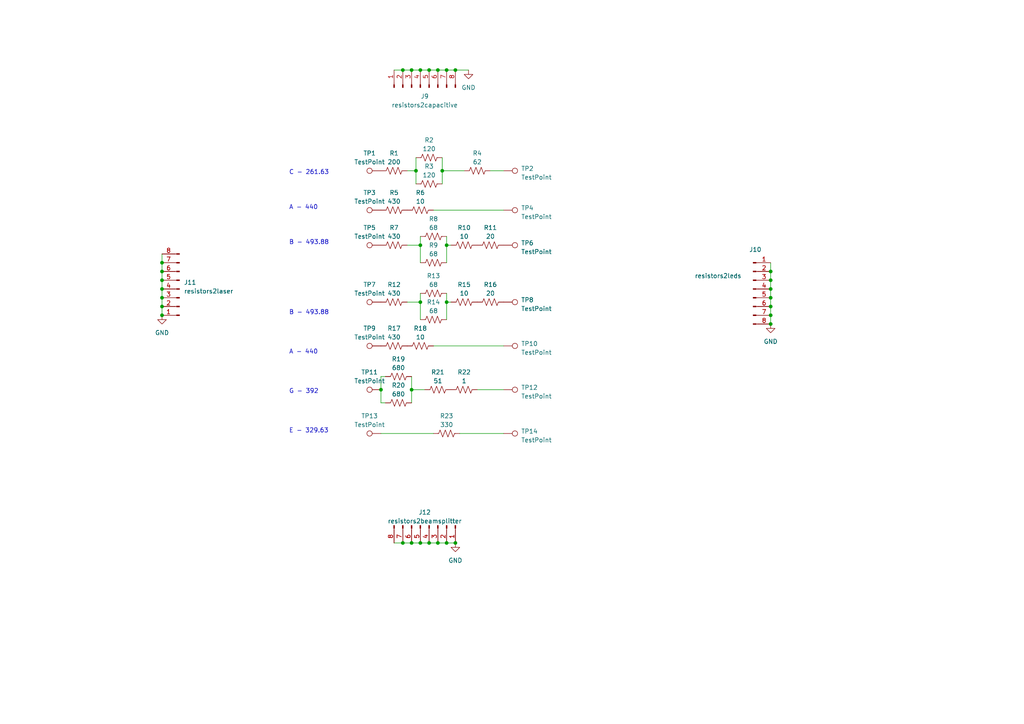
<source format=kicad_sch>
(kicad_sch (version 20230121) (generator eeschema)
  (paper "A4")
  (lib_symbols
    (symbol "Connector:Conn_01x08_Pin" (pin_names (offset 1.016) hide)
      (property "Reference" "J" (at 0 10.16 0))
      (property "Value" "Conn_01x08_Pin" (at 0 -12.7 0))
      (symbol "Conn_01x08_Pin_1_1"
        (polyline (pts (xy 1.27 -10.16) (xy 0.8636 -10.16)) (stroke (width 0.1524)))
        (polyline (pts (xy 1.27 -7.62) (xy 0.8636 -7.62)) (stroke (width 0.1524)))
        (polyline (pts (xy 1.27 -5.08) (xy 0.8636 -5.08)) (stroke (width 0.1524)))
        (polyline (pts (xy 1.27 -2.54) (xy 0.8636 -2.54)) (stroke (width 0.1524)))
        (polyline (pts (xy 1.27 0) (xy 0.8636 0)) (stroke (width 0.1524)))
        (polyline (pts (xy 1.27 2.54) (xy 0.8636 2.54)) (stroke (width 0.1524)))
        (polyline (pts (xy 1.27 5.08) (xy 0.8636 5.08)) (stroke (width 0.1524)))
        (polyline (pts (xy 1.27 7.62) (xy 0.8636 7.62)) (stroke (width 0.1524)))
        (rectangle (start 0.8636 -10.033) (end 0 -10.287) (stroke (width 0.1524)) (fill (type outline)))
        (rectangle (start 0.8636 -7.493) (end 0 -7.747) (stroke (width 0.1524)) (fill (type outline)))
        (rectangle (start 0.8636 -4.953) (end 0 -5.207) (stroke (width 0.1524)) (fill (type outline)))
        (rectangle (start 0.8636 -2.413) (end 0 -2.667) (stroke (width 0.1524)) (fill (type outline)))
        (rectangle (start 0.8636 0.127) (end 0 -0.127) (stroke (width 0.1524)) (fill (type outline)))
        (rectangle (start 0.8636 2.667) (end 0 2.413) (stroke (width 0.1524)) (fill (type outline)))
        (rectangle (start 0.8636 5.207) (end 0 4.953) (stroke (width 0.1524)) (fill (type outline)))
        (rectangle (start 0.8636 7.747) (end 0 7.493) (stroke (width 0.1524)) (fill (type outline)))
        (pin passive line (at 5.08 7.62 180) (length 3.81) (name "Pin_1") (number "1"))
        (pin passive line (at 5.08 5.08 180) (length 3.81) (name "Pin_2") (number "2"))
        (pin passive line (at 5.08 2.54 180) (length 3.81) (name "Pin_3") (number "3"))
        (pin passive line (at 5.08 0 180) (length 3.81) (name "Pin_4") (number "4"))
        (pin passive line (at 5.08 -2.54 180) (length 3.81) (name "Pin_5") (number "5"))
        (pin passive line (at 5.08 -5.08 180) (length 3.81) (name "Pin_6") (number "6"))
        (pin passive line (at 5.08 -7.62 180) (length 3.81) (name "Pin_7") (number "7"))
        (pin passive line (at 5.08 -10.16 180) (length 3.81) (name "Pin_8") (number "8"))
      )
    )
    (symbol "Connector:TestPoint" (pin_numbers hide) (pin_names (offset 0.762) hide)
      (property "Reference" "TP" (at 0 6.858 0))
      (property "Value" "TestPoint" (at 0 5.08 0))
      (symbol "TestPoint_0_1"
        (circle (center 0 3.302) (radius 0.762))
      )
      (symbol "TestPoint_1_1"
        (pin passive line (at 0 0 90) (length 2.54) (name "1") (number "1"))
      )
    )
    (symbol "Device:R_US" (pin_numbers hide) (pin_names (offset 0))
      (property "Reference" "R" (at 2.54 0 90))
      (property "Value" "R_US" (at -2.54 0 90))
      (symbol "R_US_0_1"
        (polyline (pts (xy 0 -2.286) (xy 0 -2.54)))
        (polyline (pts (xy 0 2.286) (xy 0 2.54)))
        (polyline (pts (xy 0 -0.762) (xy 1.016 -1.143) (xy 0 -1.524) (xy -1.016 -1.905) (xy 0 -2.286)))
        (polyline (pts (xy 0 0.762) (xy 1.016 0.381) (xy 0 0) (xy -1.016 -0.381) (xy 0 -0.762)))
        (polyline (pts (xy 0 2.286) (xy 1.016 1.905) (xy 0 1.524) (xy -1.016 1.143) (xy 0 0.762)))
      )
      (symbol "R_US_1_1"
        (pin passive line (at 0 3.81 270) (length 1.27) (name "~") (number "1"))
        (pin passive line (at 0 -3.81 90) (length 1.27) (name "~") (number "2"))
      )
    )
    (symbol "power:GND" (power) (pin_names (offset 0))
      (property "Value" "GND" (at 0 -3.81 0))
      (symbol "GND_0_1"
        (polyline (pts (xy 0 0) (xy 0 -1.27) (xy 1.27 -1.27) (xy 0 -2.54) (xy -1.27 -1.27) (xy 0 -1.27)))
      )
      (symbol "GND_1_1"
        (pin power_in line (at 0 0 270) (length 0) hide (name "GND") (number "1"))
      )
    )
  )
  (junction (at 132.08 20.32))
  (junction (at 116.84 157.48))
  (junction (at 129.54 87.63))
  (junction (at 116.84 20.32))
  (junction (at 223.52 86.36))
  (junction (at 129.54 20.32))
  (junction (at 119.38 113.03))
  (junction (at 223.52 88.9))
  (junction (at 121.92 157.48))
  (junction (at 223.52 91.44))
  (junction (at 46.99 88.9))
  (junction (at 223.52 81.28))
  (junction (at 223.52 78.74))
  (junction (at 121.92 71.12))
  (junction (at 129.54 157.48))
  (junction (at 46.99 81.28))
  (junction (at 46.99 91.44))
  (junction (at 127 20.32))
  (junction (at 110.49 113.03))
  (junction (at 124.46 157.48))
  (junction (at 129.54 71.12))
  (junction (at 132.08 157.48))
  (junction (at 127 157.48))
  (junction (at 46.99 76.2))
  (junction (at 121.92 20.32))
  (junction (at 124.46 20.32))
  (junction (at 120.65 49.53))
  (junction (at 128.27 49.53))
  (junction (at 119.38 157.48))
  (junction (at 223.52 83.82))
  (junction (at 223.52 93.98))
  (junction (at 121.92 87.63))
  (junction (at 46.99 83.82))
  (junction (at 46.99 78.74))
  (junction (at 46.99 86.36))
  (junction (at 119.38 20.32))
  (wire (pts (xy 46.99 86.36) (xy 46.99 88.9)))
  (wire (pts (xy 121.92 68.58) (xy 121.92 71.12)))
  (wire (pts (xy 223.52 78.74) (xy 223.52 81.28)))
  (wire (pts (xy 119.38 109.22) (xy 119.38 113.03)))
  (wire (pts (xy 119.38 113.03) (xy 123.19 113.03)))
  (wire (pts (xy 114.3 20.32) (xy 116.84 20.32)))
  (wire (pts (xy 121.92 157.48) (xy 124.46 157.48)))
  (wire (pts (xy 129.54 87.63) (xy 130.81 87.63)))
  (wire (pts (xy 128.27 49.53) (xy 128.27 53.34)))
  (wire (pts (xy 129.54 157.48) (xy 132.08 157.48)))
  (wire (pts (xy 129.54 68.58) (xy 129.54 71.12)))
  (wire (pts (xy 118.11 49.53) (xy 120.65 49.53)))
  (wire (pts (xy 46.99 78.74) (xy 46.99 81.28)))
  (wire (pts (xy 125.73 100.33) (xy 146.05 100.33)))
  (wire (pts (xy 129.54 85.09) (xy 129.54 87.63)))
  (wire (pts (xy 118.11 87.63) (xy 121.92 87.63)))
  (wire (pts (xy 223.52 83.82) (xy 223.52 86.36)))
  (wire (pts (xy 46.99 76.2) (xy 46.99 78.74)))
  (wire (pts (xy 132.08 20.32) (xy 135.89 20.32)))
  (wire (pts (xy 134.62 49.53) (xy 128.27 49.53)))
  (wire (pts (xy 129.54 71.12) (xy 129.54 76.2)))
  (wire (pts (xy 127 157.48) (xy 129.54 157.48)))
  (wire (pts (xy 110.49 113.03) (xy 110.49 109.22)))
  (wire (pts (xy 114.3 157.48) (xy 116.84 157.48)))
  (wire (pts (xy 46.99 88.9) (xy 46.99 91.44)))
  (wire (pts (xy 142.24 49.53) (xy 146.05 49.53)))
  (wire (pts (xy 120.65 49.53) (xy 120.65 53.34)))
  (wire (pts (xy 121.92 71.12) (xy 121.92 76.2)))
  (wire (pts (xy 129.54 87.63) (xy 129.54 92.71)))
  (wire (pts (xy 110.49 125.73) (xy 125.73 125.73)))
  (wire (pts (xy 116.84 157.48) (xy 119.38 157.48)))
  (wire (pts (xy 110.49 113.03) (xy 110.49 116.84)))
  (wire (pts (xy 223.52 91.44) (xy 223.52 93.98)))
  (wire (pts (xy 223.52 86.36) (xy 223.52 88.9)))
  (wire (pts (xy 119.38 157.48) (xy 121.92 157.48)))
  (wire (pts (xy 121.92 20.32) (xy 124.46 20.32)))
  (wire (pts (xy 138.43 113.03) (xy 146.05 113.03)))
  (wire (pts (xy 121.92 85.09) (xy 121.92 87.63)))
  (wire (pts (xy 119.38 20.32) (xy 121.92 20.32)))
  (wire (pts (xy 116.84 20.32) (xy 119.38 20.32)))
  (wire (pts (xy 118.11 71.12) (xy 121.92 71.12)))
  (wire (pts (xy 124.46 20.32) (xy 127 20.32)))
  (wire (pts (xy 129.54 20.32) (xy 132.08 20.32)))
  (wire (pts (xy 110.49 109.22) (xy 111.76 109.22)))
  (wire (pts (xy 133.35 125.73) (xy 146.05 125.73)))
  (wire (pts (xy 110.49 116.84) (xy 111.76 116.84)))
  (wire (pts (xy 46.99 81.28) (xy 46.99 83.82)))
  (wire (pts (xy 46.99 73.66) (xy 46.99 76.2)))
  (wire (pts (xy 120.65 45.72) (xy 120.65 49.53)))
  (wire (pts (xy 223.52 88.9) (xy 223.52 91.44)))
  (wire (pts (xy 223.52 81.28) (xy 223.52 83.82)))
  (wire (pts (xy 124.46 157.48) (xy 127 157.48)))
  (wire (pts (xy 129.54 71.12) (xy 130.81 71.12)))
  (wire (pts (xy 119.38 113.03) (xy 119.38 116.84)))
  (wire (pts (xy 223.52 76.2) (xy 223.52 78.74)))
  (wire (pts (xy 127 20.32) (xy 129.54 20.32)))
  (wire (pts (xy 125.73 60.96) (xy 146.05 60.96)))
  (wire (pts (xy 128.27 49.53) (xy 128.27 45.72)))
  (wire (pts (xy 46.99 83.82) (xy 46.99 86.36)))
  (wire (pts (xy 121.92 87.63) (xy 121.92 92.71)))
  (text "C - 261.63\n" (at 83.82 50.8 0) (effects (font (size 1.27 1.27)) (justify left bottom)))
  (text "B - 493.88\n" (at 83.82 91.44 0) (effects (font (size 1.27 1.27)) (justify left bottom)))
  (text "A - 440\n" (at 83.82 60.96 0) (effects (font (size 1.27 1.27)) (justify left bottom)))
  (text "A - 440\n" (at 83.82 102.87 0) (effects (font (size 1.27 1.27)) (justify left bottom)))
  (text "E - 329.63\n" (at 83.82 125.73 0) (effects (font (size 1.27 1.27)) (justify left bottom)))
  (text "G - 392\n" (at 83.82 114.3 0) (effects (font (size 1.27 1.27)) (justify left bottom)))
  (text "B - 493.88\n" (at 83.82 71.12 0) (effects (font (size 1.27 1.27)) (justify left bottom)))
  (symbol (lib_id "power:GND") (at 132.08 157.48 0) (unit 1)
    (property "Reference" "#PWR04" (effects hide))
    (property "Value" "GND" (at 132.08 162.56 0))
    (instances (project "puzzle_cube" (path "" (reference "#PWR04") (unit 1)) (path "" (reference "#PWR055") (unit 1))))
  )
  (symbol (lib_id "Device:R_US") (at 121.92 100.33 90) (unit 1)
    (property "Reference" "R18" (at 121.92 95.25 90))
    (property "Value" "10" (at 121.92 97.79 90))
    (property "Footprint" "Resistor_SMD:R_0805_2012Metric_Pad1.20x1.40mm_HandSolder" (effects hide))
  )
  (symbol (lib_id "Device:R_US") (at 138.43 49.53 90) (unit 1)
    (property "Reference" "R4" (at 138.43 44.45 90))
    (property "Value" "62" (at 138.43 46.99 90))
    (property "Footprint" "Resistor_SMD:R_0805_2012Metric_Pad1.20x1.40mm_HandSolder" (effects hide))
  )
  (symbol (lib_id "power:GND") (at 135.89 20.32 0) (unit 1)
    (property "Reference" "#PWR044" (effects hide))
    (property "Value" "GND" (at 135.89 25.4 0))
    (instances (project "puzzle_cube" (path "" (reference "#PWR044") (unit 1)) (path "" (reference "#PWR049") (unit 1))))
  )
  (symbol (lib_id "Connector:TestPoint") (at 146.05 87.63 270) (unit 1)
    (property "Reference" "TP8" (at 151.13 86.995 90) (effects (justify left)))
    (property "Value" "TestPoint" (at 151.13 89.535 90) (effects (justify left)))
    (property "Footprint" "TestPoint:TestPoint_Pad_D3.0mm" (effects hide))
  )
  (symbol (lib_id "power:GND") (at 46.99 91.44 0) (unit 1)
    (property "Reference" "#PWR04" (effects hide))
    (property "Value" "GND" (at 46.99 96.52 0))
    (instances (project "puzzle_cube" (path "" (reference "#PWR04") (unit 1)) (path "" (reference "#PWR054") (unit 1))))
  )
  (symbol (lib_id "Connector:Conn_01x08_Pin") (at 218.44 83.82 0) (unit 1)
    (property "Reference" "J10" (at 219.075 72.39 0))
    (property "Value" "resistors2leds" (at 208.28 80.01 0))
    (property "Footprint" "Connector_PinHeader_2.54mm:PinHeader_1x08_P2.54mm_Horizontal" (effects hide))
  )
  (symbol (lib_id "Device:R_US") (at 115.57 116.84 90) (unit 1)
    (property "Reference" "R20" (at 115.57 111.76 90))
    (property "Value" "680" (at 115.57 114.3 90))
    (property "Footprint" "Resistor_SMD:R_0805_2012Metric_Pad1.20x1.40mm_HandSolder" (effects hide))
  )
  (symbol (lib_id "Connector:TestPoint") (at 146.05 60.96 270) (unit 1)
    (property "Reference" "TP4" (at 151.13 60.325 90) (effects (justify left)))
    (property "Value" "TestPoint" (at 151.13 62.865 90) (effects (justify left)))
    (property "Footprint" "TestPoint:TestPoint_Pad_D3.0mm" (effects hide))
  )
  (symbol (lib_id "Device:R_US") (at 121.92 60.96 90) (unit 1)
    (property "Reference" "R6" (at 121.92 55.88 90))
    (property "Value" "10" (at 121.92 58.42 90))
    (property "Footprint" "Resistor_SMD:R_0805_2012Metric_Pad1.20x1.40mm_HandSolder" (effects hide))
  )
  (symbol (lib_id "Connector:TestPoint") (at 146.05 100.33 270) (unit 1)
    (property "Reference" "TP10" (at 151.13 99.695 90) (effects (justify left)))
    (property "Value" "TestPoint" (at 151.13 102.235 90) (effects (justify left)))
    (property "Footprint" "TestPoint:TestPoint_Pad_D3.0mm" (effects hide))
  )
  (symbol (lib_id "Device:R_US") (at 142.24 71.12 90) (unit 1)
    (property "Reference" "R11" (at 142.24 66.04 90))
    (property "Value" "20" (at 142.24 68.58 90))
    (property "Footprint" "Resistor_SMD:R_0805_2012Metric_Pad1.20x1.40mm_HandSolder" (effects hide))
  )
  (symbol (lib_id "Device:R_US") (at 114.3 71.12 90) (unit 1)
    (property "Reference" "R7" (at 114.3 66.04 90))
    (property "Value" "430" (at 114.3 68.58 90))
    (property "Footprint" "Resistor_SMD:R_0805_2012Metric_Pad1.20x1.40mm_HandSolder" (effects hide))
  )
  (symbol (lib_id "Device:R_US") (at 125.73 68.58 90) (unit 1)
    (property "Reference" "R8" (at 125.73 63.5 90))
    (property "Value" "68" (at 125.73 66.04 90))
    (property "Footprint" "Resistor_SMD:R_0805_2012Metric_Pad1.20x1.40mm_HandSolder" (effects hide))
  )
  (symbol (lib_id "Device:R_US") (at 125.73 76.2 90) (unit 1)
    (property "Reference" "R9" (at 125.73 71.12 90))
    (property "Value" "68" (at 125.73 73.66 90))
    (property "Footprint" "Resistor_SMD:R_0805_2012Metric_Pad1.20x1.40mm_HandSolder" (effects hide))
  )
  (symbol (lib_id "Connector:TestPoint") (at 146.05 71.12 270) (unit 1)
    (property "Reference" "TP6" (at 151.13 70.485 90) (effects (justify left)))
    (property "Value" "TestPoint" (at 151.13 73.025 90) (effects (justify left)))
    (property "Footprint" "TestPoint:TestPoint_Pad_D3.0mm" (effects hide))
  )
  (symbol (lib_id "Connector:TestPoint") (at 110.49 49.53 90) (unit 1)
    (property "Reference" "TP1" (at 107.188 44.45 90))
    (property "Value" "TestPoint" (at 107.188 46.99 90))
    (property "Footprint" "TestPoint:TestPoint_Pad_D3.0mm" (effects hide))
  )
  (symbol (lib_id "Device:R_US") (at 114.3 87.63 90) (unit 1)
    (property "Reference" "R12" (at 114.3 82.55 90))
    (property "Value" "430" (at 114.3 85.09 90))
    (property "Footprint" "Resistor_SMD:R_0805_2012Metric_Pad1.20x1.40mm_HandSolder" (effects hide))
  )
  (symbol (lib_id "power:GND") (at 223.52 93.98 0) (unit 1)
    (property "Reference" "#PWR044" (effects hide))
    (property "Value" "GND" (at 223.52 99.06 0))
    (instances (project "puzzle_cube" (path "" (reference "#PWR044") (unit 1)) (path "" (reference "#PWR051") (unit 1))))
  )
  (symbol (lib_id "Device:R_US") (at 129.54 125.73 90) (unit 1)
    (property "Reference" "R23" (at 129.54 120.65 90))
    (property "Value" "330" (at 129.54 123.19 90))
    (property "Footprint" "Resistor_SMD:R_0805_2012Metric_Pad1.20x1.40mm_HandSolder" (effects hide))
  )
  (symbol (lib_id "Device:R_US") (at 114.3 60.96 90) (unit 1)
    (property "Reference" "R5" (at 114.3 55.88 90))
    (property "Value" "430" (at 114.3 58.42 90))
    (property "Footprint" "Resistor_SMD:R_0805_2012Metric_Pad1.20x1.40mm_HandSolder" (effects hide))
  )
  (symbol (lib_id "Connector:TestPoint") (at 146.05 125.73 270) (unit 1)
    (property "Reference" "TP14" (at 151.13 125.095 90) (effects (justify left)))
    (property "Value" "TestPoint" (at 151.13 127.635 90) (effects (justify left)))
    (property "Footprint" "TestPoint:TestPoint_Pad_D3.0mm" (effects hide))
  )
  (symbol (lib_id "Device:R_US") (at 124.46 45.72 90) (unit 1)
    (property "Reference" "R2" (at 124.46 40.64 90))
    (property "Value" "120" (at 124.46 43.18 90))
    (property "Footprint" "Resistor_SMD:R_0805_2012Metric_Pad1.20x1.40mm_HandSolder" (effects hide))
  )
  (symbol (lib_id "Device:R_US") (at 134.62 87.63 90) (unit 1)
    (property "Reference" "R15" (at 134.62 82.55 90))
    (property "Value" "10" (at 134.62 85.09 90))
    (property "Footprint" "Resistor_SMD:R_0805_2012Metric_Pad1.20x1.40mm_HandSolder" (effects hide))
  )
  (symbol (lib_id "Connector:Conn_01x08_Pin") (at 121.92 25.4 90) (unit 1)
    (property "Reference" "J9" (at 123.19 27.94 90))
    (property "Value" "resistors2capacitive" (at 123.19 30.48 90))
    (property "Footprint" "Connector_PinHeader_2.54mm:PinHeader_1x08_P2.54mm_Horizontal" (effects hide))
  )
  (symbol (lib_id "Device:R_US") (at 124.46 53.34 90) (unit 1)
    (property "Reference" "R3" (at 124.46 48.26 90))
    (property "Value" "120" (at 124.46 50.8 90))
    (property "Footprint" "Resistor_SMD:R_0805_2012Metric_Pad1.20x1.40mm_HandSolder" (effects hide))
  )
  (symbol (lib_id "Device:R_US") (at 125.73 92.71 90) (unit 1)
    (property "Reference" "R14" (at 125.73 87.63 90))
    (property "Value" "68" (at 125.73 90.17 90))
    (property "Footprint" "Resistor_SMD:R_0805_2012Metric_Pad1.20x1.40mm_HandSolder" (effects hide))
  )
  (symbol (lib_id "Device:R_US") (at 127 113.03 90) (unit 1)
    (property "Reference" "R21" (at 127 107.95 90))
    (property "Value" "51" (at 127 110.49 90))
    (property "Footprint" "Resistor_SMD:R_0805_2012Metric_Pad1.20x1.40mm_HandSolder" (effects hide))
  )
  (symbol (lib_id "Connector:Conn_01x08_Pin") (at 124.46 152.4 270) (unit 1)
    (property "Reference" "J12" (at 123.19 148.59 90))
    (property "Value" "resistors2beamsplitter" (at 123.19 151.13 90))
    (property "Footprint" "Connector_PinHeader_2.54mm:PinHeader_1x08_P2.54mm_Horizontal" (effects hide))
  )
  (symbol (lib_id "Device:R_US") (at 134.62 71.12 90) (unit 1)
    (property "Reference" "R10" (at 134.62 66.04 90))
    (property "Value" "10" (at 134.62 68.58 90))
    (property "Footprint" "Resistor_SMD:R_0805_2012Metric_Pad1.20x1.40mm_HandSolder" (effects hide))
  )
  (symbol (lib_id "Connector:TestPoint") (at 146.05 49.53 270) (unit 1)
    (property "Reference" "TP2" (at 151.13 48.895 90) (effects (justify left)))
    (property "Value" "TestPoint" (at 151.13 51.435 90) (effects (justify left)))
    (property "Footprint" "TestPoint:TestPoint_Pad_D3.0mm" (effects hide))
  )
  (symbol (lib_id "Connector:TestPoint") (at 110.49 60.96 90) (unit 1)
    (property "Reference" "TP3" (at 107.188 55.88 90))
    (property "Value" "TestPoint" (at 107.188 58.42 90))
    (property "Footprint" "TestPoint:TestPoint_Pad_D3.0mm" (effects hide))
  )
  (symbol (lib_id "Connector:Conn_01x08_Pin") (at 52.07 83.82 180) (unit 1)
    (property "Reference" "J11" (at 53.34 81.915 0) (effects (justify right)))
    (property "Value" "resistors2laser" (at 53.34 84.455 0) (effects (justify right)))
    (property "Footprint" "Connector_PinHeader_2.54mm:PinHeader_1x08_P2.54mm_Horizontal" (effects hide))
  )
  (symbol (lib_id "Connector:TestPoint") (at 110.49 100.33 90) (unit 1)
    (property "Reference" "TP9" (at 107.188 95.25 90))
    (property "Value" "TestPoint" (at 107.188 97.79 90))
    (property "Footprint" "TestPoint:TestPoint_Pad_D3.0mm" (effects hide))
  )
  (symbol (lib_id "Device:R_US") (at 125.73 85.09 90) (unit 1)
    (property "Reference" "R13" (at 125.73 80.01 90))
    (property "Value" "68" (at 125.73 82.55 90))
    (property "Footprint" "Resistor_SMD:R_0805_2012Metric_Pad1.20x1.40mm_HandSolder" (effects hide))
  )
  (symbol (lib_id "Device:R_US") (at 114.3 49.53 90) (unit 1)
    (property "Reference" "R1" (at 114.3 44.45 90))
    (property "Value" "200" (at 114.3 46.99 90))
    (property "Footprint" "Resistor_SMD:R_0805_2012Metric_Pad1.20x1.40mm_HandSolder" (effects hide))
  )
  (symbol (lib_id "Connector:TestPoint") (at 110.49 113.03 90) (unit 1)
    (property "Reference" "TP11" (at 107.188 107.95 90))
    (property "Value" "TestPoint" (at 107.188 110.49 90))
    (property "Footprint" "TestPoint:TestPoint_Pad_D3.0mm" (effects hide))
  )
  (symbol (lib_id "Connector:TestPoint") (at 110.49 87.63 90) (unit 1)
    (property "Reference" "TP7" (at 107.188 82.55 90))
    (property "Value" "TestPoint" (at 107.188 85.09 90))
    (property "Footprint" "TestPoint:TestPoint_Pad_D3.0mm" (effects hide))
  )
  (symbol (lib_id "Connector:TestPoint") (at 110.49 125.73 90) (unit 1)
    (property "Reference" "TP13" (at 107.188 120.65 90))
    (property "Value" "TestPoint" (at 107.188 123.19 90))
    (property "Footprint" "TestPoint:TestPoint_Pad_D3.0mm" (effects hide))
  )
  (symbol (lib_id "Connector:TestPoint") (at 146.05 113.03 270) (unit 1)
    (property "Reference" "TP12" (at 151.13 112.395 90) (effects (justify left)))
    (property "Value" "TestPoint" (at 151.13 114.935 90) (effects (justify left)))
    (property "Footprint" "TestPoint:TestPoint_Pad_D3.0mm" (effects hide))
  )
  (symbol (lib_id "Device:R_US") (at 114.3 100.33 90) (unit 1)
    (property "Reference" "R17" (at 114.3 95.25 90))
    (property "Value" "430" (at 114.3 97.79 90))
    (property "Footprint" "Resistor_SMD:R_0805_2012Metric_Pad1.20x1.40mm_HandSolder" (effects hide))
  )
  (symbol (lib_id "Device:R_US") (at 142.24 87.63 90) (unit 1)
    (property "Reference" "R16" (at 142.24 82.55 90))
    (property "Value" "20" (at 142.24 85.09 90))
    (property "Footprint" "Resistor_SMD:R_0805_2012Metric_Pad1.20x1.40mm_HandSolder" (effects hide))
  )
  (symbol (lib_id "Device:R_US") (at 115.57 109.22 90) (unit 1)
    (property "Reference" "R19" (at 115.57 104.14 90))
    (property "Value" "680" (at 115.57 106.68 90))
    (property "Footprint" "Resistor_SMD:R_0805_2012Metric_Pad1.20x1.40mm_HandSolder" (effects hide))
  )
  (symbol (lib_id "Connector:TestPoint") (at 110.49 71.12 90) (unit 1)
    (property "Reference" "TP5" (at 107.188 66.04 90))
    (property "Value" "TestPoint" (at 107.188 68.58 90))
    (property "Footprint" "TestPoint:TestPoint_Pad_D3.0mm" (effects hide))
  )
  (symbol (lib_id "Device:R_US") (at 134.62 113.03 90) (unit 1)
    (property "Reference" "R22" (at 134.62 107.95 90))
    (property "Value" "1" (at 134.62 110.49 90))
    (property "Footprint" "Resistor_SMD:R_0805_2012Metric_Pad1.20x1.40mm_HandSolder" (effects hide))
  )
)
</source>
